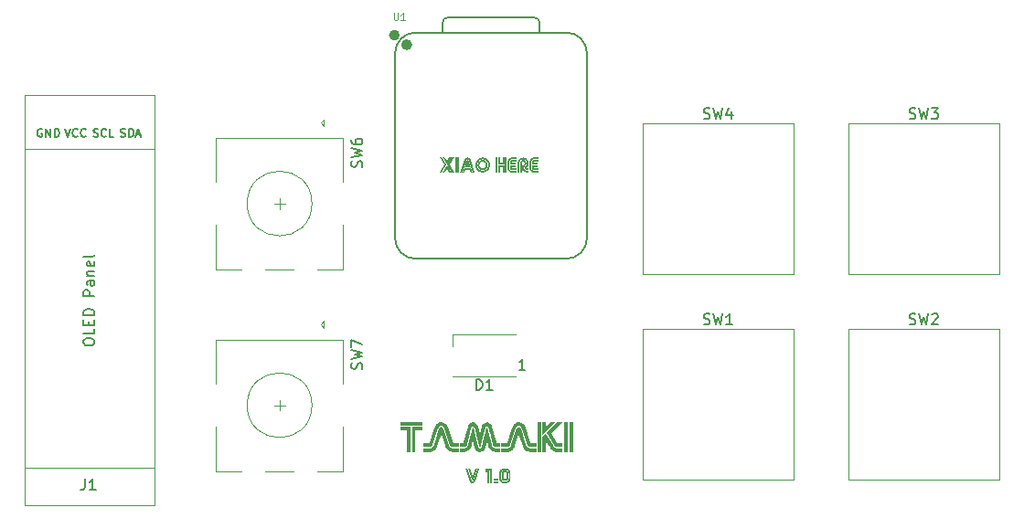
<source format=gbr>
%TF.GenerationSoftware,KiCad,Pcbnew,8.0.6*%
%TF.CreationDate,2025-05-30T09:43:58-05:00*%
%TF.ProjectId,HackPad,4861636b-5061-4642-9e6b-696361645f70,rev?*%
%TF.SameCoordinates,Original*%
%TF.FileFunction,Legend,Top*%
%TF.FilePolarity,Positive*%
%FSLAX46Y46*%
G04 Gerber Fmt 4.6, Leading zero omitted, Abs format (unit mm)*
G04 Created by KiCad (PCBNEW 8.0.6) date 2025-05-30 09:43:58*
%MOMM*%
%LPD*%
G01*
G04 APERTURE LIST*
%ADD10C,0.150000*%
%ADD11C,0.100000*%
%ADD12C,0.101600*%
%ADD13C,0.120000*%
%ADD14C,0.127000*%
%ADD15C,0.504000*%
%ADD16C,0.040000*%
G04 APERTURE END LIST*
D10*
G36*
X124388835Y-125970425D02*
G01*
X124388835Y-127940000D01*
X124056665Y-127940000D01*
X124056665Y-125636301D01*
X125025820Y-125636301D01*
X125025820Y-125970425D01*
X124388835Y-125970425D01*
G37*
G36*
X123951152Y-127940000D02*
G01*
X123618981Y-127940000D01*
X123618981Y-125970425D01*
X122993720Y-125970425D01*
X122993720Y-125636301D01*
X123951152Y-125636301D01*
X123951152Y-127940000D01*
G37*
G36*
X125025820Y-125188848D02*
G01*
X125025820Y-125522972D01*
X122993720Y-125522972D01*
X122993720Y-125188848D01*
X125025820Y-125188848D01*
G37*
G36*
X126164969Y-125650956D02*
G01*
X126198438Y-125557981D01*
X126247553Y-125471399D01*
X126312316Y-125391209D01*
X126327146Y-125375938D01*
X126412454Y-125303039D01*
X126505102Y-125248045D01*
X126605089Y-125210955D01*
X126712416Y-125191771D01*
X126777041Y-125188848D01*
X126889705Y-125197801D01*
X126994748Y-125224658D01*
X127092170Y-125269421D01*
X127181973Y-125332089D01*
X127229868Y-125375938D01*
X127299047Y-125456920D01*
X127352104Y-125544771D01*
X127389036Y-125639491D01*
X127394487Y-125659260D01*
X127866364Y-127089546D01*
X127893720Y-127125205D01*
X127970900Y-127158422D01*
X128404187Y-127158422D01*
X128404187Y-127492547D01*
X127910328Y-127492547D01*
X127811750Y-127479848D01*
X127716061Y-127437029D01*
X127652408Y-127385080D01*
X127590813Y-127305205D01*
X127567411Y-127252700D01*
X127068179Y-125740837D01*
X127024802Y-125652691D01*
X126990998Y-125611388D01*
X126906769Y-125550948D01*
X126807953Y-125524354D01*
X126777041Y-125522972D01*
X126676530Y-125539896D01*
X126590417Y-125590666D01*
X126568458Y-125611388D01*
X126510565Y-125690118D01*
X126488835Y-125743768D01*
X125989602Y-127252700D01*
X125941978Y-127342329D01*
X125904606Y-127385080D01*
X125825863Y-127446264D01*
X125728113Y-127484046D01*
X125646685Y-127492547D01*
X125152826Y-127492547D01*
X125152826Y-127158422D01*
X125586113Y-127158422D01*
X125663294Y-127125205D01*
X125690649Y-127089546D01*
X126164969Y-125650956D01*
G37*
G36*
X126412143Y-127394849D02*
G01*
X126368879Y-127491286D01*
X126316573Y-127578913D01*
X126255226Y-127657730D01*
X126217237Y-127697711D01*
X126140310Y-127767511D01*
X126058517Y-127825480D01*
X125971859Y-127871619D01*
X125880334Y-127905928D01*
X125783944Y-127928406D01*
X125682688Y-127939053D01*
X125640824Y-127940000D01*
X125152826Y-127940000D01*
X125152826Y-127605875D01*
X125640824Y-127605875D01*
X125748925Y-127594554D01*
X125847367Y-127560589D01*
X125936149Y-127503982D01*
X125981298Y-127462749D01*
X126042793Y-127383945D01*
X126090504Y-127289671D01*
X126099512Y-127266866D01*
X126587997Y-125784312D01*
X126635255Y-125695982D01*
X126642708Y-125688080D01*
X126729710Y-125638713D01*
X126777041Y-125633370D01*
X126874454Y-125656932D01*
X126916748Y-125688080D01*
X126966223Y-125773619D01*
X126969505Y-125787243D01*
X127457502Y-127266866D01*
X127499635Y-127359051D01*
X127558267Y-127443980D01*
X127575715Y-127462749D01*
X127659131Y-127531936D01*
X127752206Y-127578480D01*
X127854941Y-127602381D01*
X127916190Y-127605875D01*
X128404187Y-127605875D01*
X128404187Y-127940000D01*
X127915702Y-127940000D01*
X127812628Y-127934084D01*
X127714373Y-127916338D01*
X127620936Y-127886762D01*
X127532317Y-127845355D01*
X127448516Y-127792118D01*
X127369533Y-127727050D01*
X127339288Y-127697711D01*
X127272956Y-127623788D01*
X127215744Y-127541056D01*
X127167650Y-127449513D01*
X127144871Y-127394849D01*
X126777041Y-126280125D01*
X126412143Y-127394849D01*
G37*
G36*
X129180391Y-127159399D02*
G01*
X129151325Y-127252831D01*
X129099846Y-127336266D01*
X129068528Y-127371402D01*
X128988376Y-127435287D01*
X128889961Y-127478232D01*
X128791176Y-127492428D01*
X128780810Y-127492547D01*
X128529240Y-127492547D01*
X128529240Y-127158422D01*
X128723168Y-127158422D01*
X128817431Y-127127787D01*
X128835520Y-127112016D01*
X128859944Y-127076357D01*
X129235101Y-125567424D01*
X129270532Y-125474105D01*
X129292743Y-125432602D01*
X129358182Y-125345070D01*
X129437995Y-125277012D01*
X129532182Y-125228429D01*
X129590719Y-125209853D01*
X129688782Y-125194801D01*
X129795309Y-125200859D01*
X129897816Y-125231260D01*
X129963922Y-125265052D01*
X130042935Y-125323151D01*
X130112847Y-125402453D01*
X130162667Y-125496516D01*
X130184718Y-125567424D01*
X130356665Y-126277194D01*
X130531542Y-125567424D01*
X130562989Y-125474337D01*
X130617488Y-125383555D01*
X130692235Y-125307533D01*
X130753315Y-125265052D01*
X130842341Y-125222401D01*
X130945708Y-125197409D01*
X131052474Y-125196761D01*
X131125541Y-125209853D01*
X131227714Y-125247617D01*
X131315512Y-125304856D01*
X131388937Y-125381569D01*
X131423517Y-125432602D01*
X131467344Y-125524663D01*
X131481159Y-125567424D01*
X131856316Y-127076357D01*
X131880740Y-127112016D01*
X131969049Y-127156791D01*
X131993092Y-127158422D01*
X132187020Y-127158422D01*
X132187020Y-127492547D01*
X131935450Y-127492547D01*
X131835778Y-127480716D01*
X131736387Y-127440374D01*
X131655348Y-127378855D01*
X131647732Y-127371402D01*
X131585910Y-127292581D01*
X131544396Y-127196518D01*
X131535869Y-127159399D01*
X131490404Y-126975391D01*
X131447674Y-126802919D01*
X131407682Y-126641984D01*
X131370425Y-126492586D01*
X131335905Y-126354724D01*
X131304121Y-126228399D01*
X131275073Y-126113611D01*
X131248762Y-126010359D01*
X131214425Y-125877112D01*
X131186245Y-125769824D01*
X131158249Y-125667150D01*
X131136776Y-125599665D01*
X131061596Y-125534337D01*
X131043475Y-125528346D01*
X130945909Y-125538650D01*
X130928681Y-125547885D01*
X130863831Y-125624676D01*
X130857851Y-125643628D01*
X130827229Y-125763155D01*
X130801467Y-125865326D01*
X130767918Y-125998778D01*
X130741225Y-126105125D01*
X130711070Y-126225375D01*
X130677455Y-126359527D01*
X130640377Y-126507582D01*
X130599839Y-126669540D01*
X130555839Y-126845400D01*
X130508378Y-127035164D01*
X130483349Y-127135259D01*
X130457455Y-127238830D01*
X130430695Y-127345876D01*
X130403071Y-127456399D01*
X130389393Y-127478869D01*
X130356665Y-127492547D01*
X130323936Y-127478869D01*
X130313189Y-127451025D01*
X130285715Y-127341011D01*
X130259103Y-127234451D01*
X130233352Y-127131344D01*
X130208463Y-127031691D01*
X130184435Y-126935492D01*
X130138964Y-126753454D01*
X130096939Y-126585232D01*
X130058360Y-126430825D01*
X130023227Y-126290233D01*
X129991540Y-126163455D01*
X129963300Y-126050493D01*
X129938505Y-125951346D01*
X129907775Y-125828528D01*
X129878863Y-125713123D01*
X129861340Y-125643628D01*
X129808231Y-125561223D01*
X129788556Y-125547885D01*
X129691453Y-125525216D01*
X129672785Y-125528346D01*
X129590520Y-125583369D01*
X129579484Y-125599665D01*
X129549097Y-125692878D01*
X129522561Y-125789931D01*
X129495889Y-125891788D01*
X129464378Y-126015168D01*
X129437569Y-126121829D01*
X129408038Y-126240597D01*
X129375785Y-126371472D01*
X129343688Y-126502489D01*
X129314442Y-126621682D01*
X129288047Y-126729051D01*
X129264502Y-126824596D01*
X129237544Y-126933597D01*
X129210973Y-127040289D01*
X129184930Y-127142680D01*
X129180391Y-127159399D01*
G37*
G36*
X129615143Y-127258562D02*
G01*
X129588296Y-127363709D01*
X129548358Y-127462871D01*
X129495331Y-127556050D01*
X129429213Y-127643244D01*
X129385555Y-127690383D01*
X129305303Y-127762294D01*
X129219947Y-127822017D01*
X129129486Y-127869551D01*
X129033922Y-127904897D01*
X128933253Y-127928055D01*
X128827479Y-127939024D01*
X128783741Y-127940000D01*
X128529240Y-127940000D01*
X128529240Y-127605875D01*
X128783741Y-127605875D01*
X128886536Y-127596441D01*
X128981455Y-127568140D01*
X129068497Y-127520970D01*
X129147662Y-127454933D01*
X129212497Y-127378504D01*
X129260797Y-127292051D01*
X129267830Y-127274193D01*
X129667411Y-125677822D01*
X129681089Y-125655840D01*
X129713817Y-125642163D01*
X129743615Y-125655840D01*
X129757293Y-125683196D01*
X129785095Y-125793745D01*
X129812020Y-125900812D01*
X129838069Y-126004397D01*
X129863241Y-126104499D01*
X129887536Y-126201119D01*
X129933495Y-126383912D01*
X129975948Y-126552775D01*
X130014893Y-126707709D01*
X130050331Y-126848714D01*
X130082262Y-126975789D01*
X130110686Y-127088934D01*
X130135602Y-127188150D01*
X130166401Y-127310857D01*
X130195191Y-127425712D01*
X130212073Y-127493524D01*
X130266748Y-127576265D01*
X130282903Y-127587313D01*
X130379052Y-127609505D01*
X130397697Y-127606364D01*
X130479614Y-127550864D01*
X130490510Y-127534556D01*
X130517718Y-127437618D01*
X130552324Y-127304773D01*
X130587375Y-127168173D01*
X130615073Y-127059504D01*
X130646237Y-126936753D01*
X130680866Y-126799920D01*
X130718961Y-126649004D01*
X130760520Y-126484007D01*
X130805545Y-126304927D01*
X130829356Y-126210107D01*
X130854035Y-126111765D01*
X130879579Y-126009904D01*
X130905990Y-125904522D01*
X130933267Y-125795619D01*
X130961410Y-125683196D01*
X130972645Y-125655840D01*
X131005374Y-125642163D01*
X131038102Y-125655840D01*
X131051780Y-125677822D01*
X131450872Y-127274193D01*
X131495144Y-127361591D01*
X131556025Y-127438902D01*
X131571528Y-127454933D01*
X131650510Y-127520970D01*
X131737491Y-127568140D01*
X131832471Y-127596441D01*
X131935450Y-127605875D01*
X132187020Y-127605875D01*
X132187020Y-127940000D01*
X131935450Y-127940000D01*
X131827635Y-127933905D01*
X131724924Y-127915623D01*
X131627318Y-127885152D01*
X131534816Y-127842493D01*
X131447418Y-127787646D01*
X131365124Y-127720610D01*
X131333636Y-127690383D01*
X131259848Y-127606608D01*
X131199197Y-127516849D01*
X131151683Y-127421106D01*
X131117305Y-127319378D01*
X131103559Y-127258562D01*
X131007816Y-126879497D01*
X130835869Y-127567285D01*
X130800439Y-127660605D01*
X130778228Y-127702107D01*
X130720556Y-127781058D01*
X130642173Y-127851340D01*
X130549492Y-127901993D01*
X130479763Y-127924856D01*
X130382676Y-127940122D01*
X130276665Y-127934231D01*
X130174055Y-127903920D01*
X130107537Y-127870146D01*
X130028097Y-127812016D01*
X129957849Y-127732607D01*
X129907849Y-127638360D01*
X129885764Y-127567285D01*
X129713817Y-126879497D01*
X129615143Y-127258562D01*
G37*
G36*
X133333985Y-125650956D02*
G01*
X133367454Y-125557981D01*
X133416569Y-125471399D01*
X133481332Y-125391209D01*
X133496162Y-125375938D01*
X133581470Y-125303039D01*
X133674118Y-125248045D01*
X133774105Y-125210955D01*
X133881432Y-125191771D01*
X133946057Y-125188848D01*
X134058721Y-125197801D01*
X134163764Y-125224658D01*
X134261187Y-125269421D01*
X134350989Y-125332089D01*
X134398884Y-125375938D01*
X134468064Y-125456920D01*
X134521120Y-125544771D01*
X134558052Y-125639491D01*
X134563503Y-125659260D01*
X135035381Y-127089546D01*
X135062736Y-127125205D01*
X135139916Y-127158422D01*
X135573203Y-127158422D01*
X135573203Y-127492547D01*
X135079344Y-127492547D01*
X134980766Y-127479848D01*
X134885077Y-127437029D01*
X134821424Y-127385080D01*
X134759829Y-127305205D01*
X134736427Y-127252700D01*
X134237195Y-125740837D01*
X134193818Y-125652691D01*
X134160014Y-125611388D01*
X134075785Y-125550948D01*
X133976969Y-125524354D01*
X133946057Y-125522972D01*
X133845546Y-125539896D01*
X133759433Y-125590666D01*
X133737474Y-125611388D01*
X133679581Y-125690118D01*
X133657851Y-125743768D01*
X133158618Y-127252700D01*
X133110994Y-127342329D01*
X133073622Y-127385080D01*
X132994879Y-127446264D01*
X132897129Y-127484046D01*
X132815702Y-127492547D01*
X132321842Y-127492547D01*
X132321842Y-127158422D01*
X132755129Y-127158422D01*
X132832310Y-127125205D01*
X132859665Y-127089546D01*
X133333985Y-125650956D01*
G37*
G36*
X133581159Y-127394849D02*
G01*
X133537895Y-127491286D01*
X133485589Y-127578913D01*
X133424242Y-127657730D01*
X133386253Y-127697711D01*
X133309326Y-127767511D01*
X133227533Y-127825480D01*
X133140875Y-127871619D01*
X133049350Y-127905928D01*
X132952960Y-127928406D01*
X132851704Y-127939053D01*
X132809840Y-127940000D01*
X132321842Y-127940000D01*
X132321842Y-127605875D01*
X132809840Y-127605875D01*
X132917941Y-127594554D01*
X133016383Y-127560589D01*
X133105165Y-127503982D01*
X133150314Y-127462749D01*
X133211809Y-127383945D01*
X133259520Y-127289671D01*
X133268528Y-127266866D01*
X133757013Y-125784312D01*
X133804271Y-125695982D01*
X133811724Y-125688080D01*
X133898726Y-125638713D01*
X133946057Y-125633370D01*
X134043470Y-125656932D01*
X134085764Y-125688080D01*
X134135239Y-125773619D01*
X134138521Y-125787243D01*
X134626518Y-127266866D01*
X134668651Y-127359051D01*
X134727283Y-127443980D01*
X134744732Y-127462749D01*
X134828147Y-127531936D01*
X134921222Y-127578480D01*
X135023957Y-127602381D01*
X135085206Y-127605875D01*
X135573203Y-127605875D01*
X135573203Y-127940000D01*
X135084718Y-127940000D01*
X134981644Y-127934084D01*
X134883389Y-127916338D01*
X134789952Y-127886762D01*
X134701333Y-127845355D01*
X134617532Y-127792118D01*
X134538549Y-127727050D01*
X134508304Y-127697711D01*
X134441972Y-127623788D01*
X134384760Y-127541056D01*
X134336666Y-127449513D01*
X134313887Y-127394849D01*
X133946057Y-126280125D01*
X133581159Y-127394849D01*
G37*
G36*
X136030426Y-127940000D02*
G01*
X135698256Y-127940000D01*
X135698256Y-125188848D01*
X136030426Y-125188848D01*
X136030426Y-127940000D01*
G37*
G36*
X136479833Y-125608457D02*
G01*
X136903838Y-125188848D01*
X137377669Y-125188848D01*
X136147662Y-126392965D01*
X136147662Y-125188848D01*
X136479833Y-125188848D01*
X136479833Y-125608457D01*
G37*
G36*
X137506141Y-125188848D02*
G01*
X137977041Y-125188848D01*
X136934124Y-126212226D01*
X137484159Y-127079288D01*
X137522261Y-127125205D01*
X137598953Y-127158422D01*
X137996092Y-127158422D01*
X137996092Y-127492547D01*
X137557921Y-127492547D01*
X137459679Y-127479848D01*
X137364355Y-127437029D01*
X137300977Y-127385080D01*
X137243336Y-127313761D01*
X136510119Y-126168262D01*
X137506141Y-125188848D01*
G37*
G36*
X137114376Y-127329881D02*
G01*
X137173330Y-127411275D01*
X137215492Y-127462260D01*
X137290383Y-127525092D01*
X137383175Y-127574319D01*
X137485008Y-127600826D01*
X137557921Y-127605875D01*
X137996092Y-127605875D01*
X137996092Y-127940000D01*
X137497837Y-127940000D01*
X137387819Y-127932168D01*
X137283811Y-127908675D01*
X137185815Y-127869520D01*
X137093829Y-127814703D01*
X137007853Y-127744224D01*
X136980531Y-127717250D01*
X136912289Y-127638257D01*
X136855455Y-127555149D01*
X136841312Y-127530648D01*
X136479833Y-126949839D01*
X136479833Y-127940000D01*
X136147662Y-127940000D01*
X136147662Y-126521926D01*
X136432938Y-126242023D01*
X137114376Y-127329881D01*
G37*
G36*
X138969156Y-125188848D02*
G01*
X138969156Y-127940000D01*
X138636986Y-127940000D01*
X138636986Y-125188848D01*
X138969156Y-125188848D01*
G37*
G36*
X138519749Y-125188848D02*
G01*
X138519749Y-127940000D01*
X138187579Y-127940000D01*
X138187579Y-125188848D01*
X138519749Y-125188848D01*
G37*
D11*
G36*
X126900662Y-100654424D02*
G01*
X127098988Y-100654424D01*
X127298534Y-100972184D01*
X127498325Y-100654424D01*
X127696406Y-100654424D01*
X127298534Y-101285792D01*
X126900662Y-100654424D01*
G37*
G36*
X127265806Y-101338060D02*
G01*
X126831053Y-102030000D01*
X126636880Y-102030000D01*
X126634193Y-102028534D01*
X127068946Y-101338060D01*
X126638346Y-100654424D01*
X126836427Y-100654424D01*
X127265806Y-101338060D01*
G37*
G36*
X127702023Y-102030000D02*
G01*
X127503698Y-102030000D01*
X127298534Y-101703935D01*
X127093614Y-102030000D01*
X126895289Y-102030000D01*
X127298534Y-101388862D01*
X127702023Y-102030000D01*
G37*
G36*
X127331507Y-101338060D02*
G01*
X127760642Y-100654424D01*
X127958967Y-100654424D01*
X127528367Y-101338060D01*
X127963119Y-102030000D01*
X127960432Y-102030000D01*
X127766259Y-102030000D01*
X127331507Y-101338060D01*
G37*
G36*
X128450383Y-100654424D02*
G01*
X128450383Y-102030000D01*
X128284298Y-102030000D01*
X128284298Y-100654424D01*
X128450383Y-100654424D01*
G37*
G36*
X128225680Y-100654424D02*
G01*
X128225680Y-102030000D01*
X128059595Y-102030000D01*
X128059595Y-100654424D01*
X128225680Y-100654424D01*
G37*
G36*
X129271470Y-100658900D02*
G01*
X129323778Y-100672329D01*
X129372275Y-100694710D01*
X129416963Y-100726044D01*
X129440788Y-100747969D01*
X129475249Y-100788460D01*
X129501696Y-100832385D01*
X129520129Y-100879745D01*
X129522854Y-100889630D01*
X129894836Y-102030000D01*
X129719713Y-102030000D01*
X129360188Y-100930418D01*
X129338715Y-100886350D01*
X129321842Y-100865450D01*
X129279941Y-100835396D01*
X129230747Y-100822173D01*
X129215352Y-100821486D01*
X129165143Y-100829901D01*
X129122227Y-100855146D01*
X129111304Y-100865450D01*
X129082453Y-100905139D01*
X129071737Y-100931884D01*
X128710746Y-102030000D01*
X128534403Y-102030000D01*
X128910293Y-100885478D01*
X128927003Y-100838990D01*
X128951489Y-100795699D01*
X128983751Y-100755604D01*
X128991137Y-100747969D01*
X129033589Y-100711519D01*
X129079734Y-100684022D01*
X129129573Y-100665477D01*
X129183104Y-100655885D01*
X129215352Y-100654424D01*
X129271470Y-100658900D01*
G37*
G36*
X129662316Y-102030000D02*
G01*
X129485973Y-102030000D01*
X129413433Y-101806273D01*
X129017027Y-101806273D01*
X128944487Y-102030000D01*
X128768143Y-102030000D01*
X128895394Y-101639211D01*
X129535066Y-101639211D01*
X129662316Y-102030000D01*
G37*
G36*
X129263843Y-100886234D02*
G01*
X129284961Y-100902086D01*
X129310393Y-100944855D01*
X129312316Y-100951667D01*
X129330298Y-101009242D01*
X129348376Y-101066439D01*
X129364088Y-101115833D01*
X129381646Y-101170795D01*
X129401051Y-101231326D01*
X129422301Y-101297426D01*
X129437494Y-101344586D01*
X129453507Y-101394220D01*
X129470341Y-101446330D01*
X129487995Y-101500914D01*
X129506470Y-101557974D01*
X129516015Y-101587431D01*
X128914445Y-101587431D01*
X128968574Y-101420369D01*
X129144033Y-101420369D01*
X129286427Y-101420369D01*
X129215352Y-101202260D01*
X129144033Y-101420369D01*
X128968574Y-101420369D01*
X129120830Y-100950446D01*
X129144459Y-100905997D01*
X129148185Y-100902086D01*
X129191686Y-100876961D01*
X129215352Y-100874242D01*
X129263843Y-100886234D01*
G37*
G36*
X130658444Y-100881484D02*
G01*
X130713531Y-100891483D01*
X130765958Y-100908150D01*
X130815726Y-100931483D01*
X130862835Y-100961483D01*
X130907284Y-100998149D01*
X130924319Y-101014682D01*
X130963089Y-101058678D01*
X130995288Y-101105333D01*
X131020915Y-101154648D01*
X131039972Y-101206623D01*
X131052457Y-101261256D01*
X131058371Y-101318550D01*
X131058897Y-101342212D01*
X131055611Y-101400909D01*
X131045755Y-101456863D01*
X131029327Y-101510074D01*
X131006327Y-101560542D01*
X130976757Y-101608267D01*
X130940616Y-101653249D01*
X130924319Y-101670474D01*
X130880934Y-101709596D01*
X130834889Y-101742087D01*
X130786185Y-101767947D01*
X130734821Y-101787176D01*
X130680798Y-101799775D01*
X130624115Y-101805743D01*
X130600697Y-101806273D01*
X130543015Y-101802958D01*
X130487969Y-101793011D01*
X130435558Y-101776434D01*
X130385783Y-101753227D01*
X130338643Y-101723388D01*
X130294139Y-101686918D01*
X130277076Y-101670474D01*
X130238306Y-101626589D01*
X130206107Y-101579961D01*
X130180479Y-101530590D01*
X130161423Y-101478476D01*
X130148938Y-101423619D01*
X130143023Y-101366020D01*
X130142498Y-101342212D01*
X130142526Y-101341723D01*
X130308583Y-101341723D01*
X130312685Y-101393861D01*
X130324992Y-101442562D01*
X130345503Y-101487827D01*
X130374219Y-101529657D01*
X130394312Y-101552016D01*
X130433573Y-101585992D01*
X130476131Y-101611622D01*
X130521984Y-101628908D01*
X130571133Y-101637849D01*
X130600697Y-101639211D01*
X130651718Y-101635039D01*
X130699419Y-101622521D01*
X130743801Y-101601659D01*
X130784864Y-101572453D01*
X130806838Y-101552016D01*
X130840338Y-101512151D01*
X130865609Y-101468849D01*
X130882653Y-101422111D01*
X130891468Y-101371937D01*
X130892812Y-101341723D01*
X130888698Y-101289883D01*
X130876356Y-101241432D01*
X130855786Y-101196370D01*
X130826988Y-101154698D01*
X130806838Y-101132407D01*
X130767672Y-101098432D01*
X130725187Y-101072801D01*
X130679382Y-101055516D01*
X130630258Y-101046575D01*
X130600697Y-101045212D01*
X130549665Y-101049385D01*
X130501929Y-101061902D01*
X130457488Y-101082764D01*
X130416344Y-101111971D01*
X130394312Y-101132407D01*
X130360908Y-101172143D01*
X130335708Y-101215267D01*
X130318713Y-101261782D01*
X130309922Y-101311685D01*
X130308583Y-101341723D01*
X130142526Y-101341723D01*
X130145783Y-101283855D01*
X130155640Y-101228157D01*
X130172068Y-101175119D01*
X130195067Y-101124740D01*
X130224638Y-101077021D01*
X130260779Y-101031961D01*
X130277076Y-101014682D01*
X130320525Y-100975349D01*
X130366611Y-100942683D01*
X130415332Y-100916683D01*
X130466688Y-100897350D01*
X130520680Y-100884683D01*
X130577308Y-100878684D01*
X130600697Y-100878150D01*
X130658444Y-100881484D01*
G37*
G36*
X130654318Y-100656201D02*
G01*
X130705270Y-100661534D01*
X130754776Y-100670421D01*
X130802835Y-100682863D01*
X130849447Y-100698860D01*
X130894612Y-100718412D01*
X130938330Y-100741518D01*
X130980602Y-100768180D01*
X131021426Y-100798396D01*
X131060804Y-100832168D01*
X131086252Y-100856657D01*
X131122219Y-100895288D01*
X131154648Y-100935345D01*
X131183539Y-100976827D01*
X131208893Y-101019735D01*
X131230708Y-101064068D01*
X131248987Y-101109826D01*
X131263727Y-101157010D01*
X131274930Y-101205619D01*
X131282595Y-101255653D01*
X131286722Y-101307113D01*
X131287508Y-101342212D01*
X131285739Y-101394877D01*
X131280433Y-101446079D01*
X131271589Y-101495816D01*
X131259207Y-101544090D01*
X131243287Y-101590899D01*
X131223830Y-101636245D01*
X131200834Y-101680126D01*
X131174302Y-101722544D01*
X131144231Y-101763497D01*
X131110623Y-101802986D01*
X131086252Y-101828499D01*
X131047839Y-101864509D01*
X131007979Y-101896978D01*
X130966672Y-101925904D01*
X130923918Y-101951288D01*
X130879718Y-101973131D01*
X130834070Y-101991431D01*
X130786976Y-102006189D01*
X130738435Y-102017406D01*
X130688447Y-102025080D01*
X130637012Y-102029212D01*
X130601919Y-102030000D01*
X130549523Y-102028229D01*
X130498584Y-102022916D01*
X130449100Y-102014061D01*
X130401071Y-102001664D01*
X130354497Y-101985725D01*
X130309380Y-101966244D01*
X130265717Y-101943221D01*
X130223510Y-101916656D01*
X130182758Y-101886549D01*
X130143462Y-101852900D01*
X130118073Y-101828499D01*
X130082281Y-101789986D01*
X130050010Y-101750008D01*
X130021259Y-101708567D01*
X129996028Y-101665662D01*
X129974318Y-101621292D01*
X129956129Y-101575459D01*
X129941460Y-101528161D01*
X129930312Y-101479400D01*
X129922684Y-101429174D01*
X129918577Y-101377485D01*
X129917794Y-101342212D01*
X129917835Y-101340990D01*
X130083879Y-101340990D01*
X130086261Y-101394319D01*
X130093405Y-101445618D01*
X130105312Y-101494886D01*
X130121981Y-101542124D01*
X130143414Y-101587332D01*
X130169609Y-101630510D01*
X130200566Y-101671657D01*
X130236287Y-101710774D01*
X130275351Y-101746437D01*
X130316338Y-101777346D01*
X130359248Y-101803499D01*
X130404082Y-101824897D01*
X130450839Y-101841539D01*
X130499520Y-101853427D01*
X130550124Y-101860560D01*
X130602651Y-101862937D01*
X130655179Y-101860560D01*
X130705783Y-101853427D01*
X130754463Y-101841539D01*
X130801221Y-101824897D01*
X130846055Y-101803499D01*
X130888965Y-101777346D01*
X130929952Y-101746437D01*
X130969016Y-101710774D01*
X131004736Y-101671657D01*
X131035694Y-101630510D01*
X131061889Y-101587332D01*
X131083321Y-101542124D01*
X131099991Y-101494886D01*
X131111898Y-101445618D01*
X131119042Y-101394319D01*
X131121423Y-101340990D01*
X131119042Y-101288238D01*
X131111898Y-101237447D01*
X131099991Y-101188617D01*
X131083321Y-101141749D01*
X131061889Y-101096843D01*
X131035694Y-101053898D01*
X131004736Y-101012915D01*
X130969016Y-100973893D01*
X130929952Y-100938173D01*
X130888965Y-100907215D01*
X130846055Y-100881020D01*
X130801221Y-100859588D01*
X130754463Y-100842918D01*
X130705783Y-100831011D01*
X130655179Y-100823867D01*
X130602651Y-100821486D01*
X130550124Y-100823867D01*
X130499520Y-100831011D01*
X130450839Y-100842918D01*
X130404082Y-100859588D01*
X130359248Y-100881020D01*
X130316338Y-100907215D01*
X130275351Y-100938173D01*
X130236287Y-100973893D01*
X130200566Y-101012915D01*
X130169609Y-101053898D01*
X130143414Y-101096843D01*
X130121981Y-101141749D01*
X130105312Y-101188617D01*
X130093405Y-101237447D01*
X130086261Y-101288238D01*
X130083879Y-101340990D01*
X129917835Y-101340990D01*
X129919555Y-101289802D01*
X129924835Y-101238817D01*
X129933637Y-101189257D01*
X129945959Y-101141123D01*
X129961801Y-101094415D01*
X129981164Y-101049132D01*
X130004047Y-101005274D01*
X130030451Y-100962841D01*
X130060376Y-100921834D01*
X130093821Y-100882253D01*
X130118073Y-100856657D01*
X130156399Y-100820516D01*
X130196181Y-100787929D01*
X130237417Y-100758898D01*
X130280110Y-100733421D01*
X130324257Y-100711499D01*
X130369860Y-100693132D01*
X130416919Y-100678320D01*
X130465433Y-100667063D01*
X130515402Y-100659361D01*
X130566827Y-100655214D01*
X130601919Y-100654424D01*
X130654318Y-100656201D01*
G37*
G36*
X131988974Y-100654424D02*
G01*
X131988974Y-102030000D01*
X131822889Y-102030000D01*
X131822889Y-101342212D01*
X131822889Y-100654424D01*
X131988974Y-100654424D01*
G37*
G36*
X132848709Y-100654424D02*
G01*
X132848709Y-102030000D01*
X132682623Y-102030000D01*
X132682623Y-100654424D01*
X132848709Y-100654424D01*
G37*
G36*
X132629867Y-100654424D02*
G01*
X132629867Y-101310949D01*
X132047592Y-101310949D01*
X132047592Y-100654424D01*
X132213677Y-100654424D01*
X132213677Y-101143886D01*
X132463782Y-101143886D01*
X132463782Y-100654424D01*
X132629867Y-100654424D01*
G37*
G36*
X132463782Y-102030000D02*
G01*
X132463782Y-101545422D01*
X132213677Y-101545422D01*
X132213677Y-102030000D01*
X132047592Y-102030000D01*
X132047592Y-101378360D01*
X132629867Y-101378360D01*
X132629867Y-102030000D01*
X132463782Y-102030000D01*
G37*
G36*
X133300069Y-101143886D02*
G01*
X133681088Y-101143886D01*
X133681088Y-101310949D01*
X133133984Y-101310949D01*
X133133984Y-101046678D01*
X133135205Y-101046678D01*
X133146703Y-100996390D01*
X133172067Y-100951101D01*
X133188450Y-100931884D01*
X133228123Y-100901291D01*
X133276867Y-100882401D01*
X133317166Y-100878150D01*
X133767062Y-100878150D01*
X133767062Y-101045212D01*
X133354780Y-101045212D01*
X133316434Y-101061821D01*
X133300069Y-101100655D01*
X133300069Y-101143886D01*
G37*
G36*
X133300069Y-101582791D02*
G01*
X133316434Y-101622358D01*
X133354780Y-101639211D01*
X133767062Y-101639211D01*
X133767062Y-101806273D01*
X133316434Y-101806273D01*
X133267446Y-101799953D01*
X133219470Y-101778640D01*
X133187229Y-101752784D01*
X133157416Y-101713686D01*
X133138452Y-101666601D01*
X133133984Y-101639211D01*
X133133984Y-101373475D01*
X133681088Y-101373475D01*
X133681088Y-101540537D01*
X133300069Y-101540537D01*
X133300069Y-101582791D01*
G37*
G36*
X132915143Y-101045212D02*
G01*
X132919084Y-100987905D01*
X132930908Y-100933586D01*
X132950614Y-100882255D01*
X132978203Y-100833912D01*
X133013675Y-100788557D01*
X133027250Y-100774103D01*
X133066077Y-100739625D01*
X133107302Y-100710991D01*
X133150923Y-100688200D01*
X133196942Y-100671254D01*
X133245357Y-100660151D01*
X133296170Y-100654891D01*
X133317166Y-100654424D01*
X133767062Y-100654424D01*
X133767062Y-100821486D01*
X133321318Y-100821486D01*
X133267800Y-100827166D01*
X133218802Y-100844206D01*
X133174325Y-100872607D01*
X133151570Y-100893293D01*
X133117566Y-100935827D01*
X133094692Y-100982921D01*
X133082945Y-101034574D01*
X133081228Y-101065240D01*
X133081228Y-101619183D01*
X133086792Y-101673388D01*
X133103484Y-101723073D01*
X133131305Y-101768237D01*
X133151570Y-101791374D01*
X133193535Y-101825968D01*
X133240021Y-101849240D01*
X133291028Y-101861190D01*
X133321318Y-101862937D01*
X133767062Y-101862937D01*
X133767062Y-102030000D01*
X133317166Y-102030000D01*
X133265395Y-102027078D01*
X133216020Y-102018312D01*
X133169043Y-102003703D01*
X133124462Y-101983250D01*
X133082279Y-101956953D01*
X133042493Y-101924813D01*
X133027250Y-101910321D01*
X132994953Y-101873633D01*
X132963423Y-101826853D01*
X132939776Y-101777067D01*
X132924010Y-101724276D01*
X132916128Y-101668480D01*
X132915143Y-101639455D01*
X132915143Y-101045212D01*
G37*
G36*
X134888625Y-101806273D02*
G01*
X134719120Y-101806273D01*
X134665931Y-101800167D01*
X134617798Y-101781849D01*
X134574721Y-101751318D01*
X134566713Y-101743747D01*
X134533482Y-101702178D01*
X134512559Y-101655934D01*
X134503944Y-101605015D01*
X134503698Y-101594270D01*
X134510019Y-101541610D01*
X134528981Y-101494150D01*
X134560585Y-101451889D01*
X134568422Y-101444061D01*
X134585519Y-101427452D01*
X134597976Y-101415240D01*
X134633004Y-101375544D01*
X134660784Y-101332843D01*
X134681318Y-101287136D01*
X134694604Y-101238424D01*
X134700644Y-101186706D01*
X134701046Y-101168799D01*
X134697466Y-101116495D01*
X134686724Y-101067110D01*
X134668821Y-101020645D01*
X134643756Y-100977099D01*
X134611530Y-100936473D01*
X134599197Y-100923579D01*
X134559653Y-100888884D01*
X134517223Y-100861366D01*
X134471908Y-100841027D01*
X134423709Y-100827867D01*
X134372624Y-100821885D01*
X134354954Y-100821486D01*
X134302326Y-100825067D01*
X134252704Y-100835808D01*
X134206087Y-100853712D01*
X134162476Y-100878776D01*
X134121869Y-100911002D01*
X134109002Y-100923335D01*
X134074472Y-100962988D01*
X134047086Y-101005561D01*
X134026844Y-101051053D01*
X134013747Y-101099465D01*
X134007793Y-101150796D01*
X134007397Y-101168555D01*
X134007397Y-102030000D01*
X133841311Y-102030000D01*
X133841311Y-101169043D01*
X133843662Y-101116993D01*
X133850715Y-101066843D01*
X133862469Y-101018594D01*
X133878925Y-100972245D01*
X133900082Y-100927796D01*
X133925942Y-100885249D01*
X133956502Y-100844601D01*
X133991765Y-100805854D01*
X134030401Y-100770363D01*
X134070961Y-100739603D01*
X134113444Y-100713576D01*
X134157850Y-100692281D01*
X134204180Y-100675719D01*
X134252433Y-100663888D01*
X134302610Y-100656790D01*
X134354710Y-100654424D01*
X134406856Y-100656790D01*
X134457048Y-100663888D01*
X134505286Y-100675719D01*
X134551570Y-100692281D01*
X134595900Y-100713576D01*
X134638276Y-100739603D01*
X134678698Y-100770363D01*
X134717166Y-100805854D01*
X134752314Y-100844597D01*
X134782776Y-100885233D01*
X134808551Y-100927762D01*
X134829640Y-100972184D01*
X134846043Y-101018498D01*
X134857759Y-101066706D01*
X134864788Y-101116806D01*
X134867131Y-101168799D01*
X134864746Y-101221403D01*
X134857591Y-101271992D01*
X134845665Y-101320566D01*
X134828968Y-101367124D01*
X134807502Y-101411668D01*
X134781265Y-101454197D01*
X134750257Y-101494711D01*
X134714480Y-101533210D01*
X134697871Y-101548353D01*
X134683705Y-101560809D01*
X134669783Y-101593782D01*
X134683705Y-101625533D01*
X134717655Y-101639211D01*
X134888625Y-101639211D01*
X134888625Y-101806273D01*
G37*
G36*
X134888625Y-102030000D02*
G01*
X134720830Y-102030000D01*
X134665777Y-102026887D01*
X134613277Y-102017549D01*
X134563329Y-102001986D01*
X134515933Y-101980197D01*
X134471089Y-101952183D01*
X134428798Y-101917944D01*
X134412595Y-101902505D01*
X134375796Y-101861310D01*
X134345233Y-101817564D01*
X134320908Y-101771265D01*
X134302820Y-101722414D01*
X134290969Y-101671011D01*
X134285355Y-101617055D01*
X134284856Y-101594759D01*
X134288041Y-101539753D01*
X134297593Y-101487239D01*
X134313514Y-101437219D01*
X134335804Y-101389690D01*
X134364462Y-101344654D01*
X134399488Y-101302111D01*
X134415282Y-101285792D01*
X134447522Y-101256727D01*
X134474584Y-101214565D01*
X134482205Y-101170265D01*
X134471520Y-101120147D01*
X134444347Y-101082337D01*
X134403192Y-101054494D01*
X134354954Y-101045212D01*
X134305556Y-101054494D01*
X134263852Y-101082337D01*
X134235642Y-101122882D01*
X134226238Y-101170265D01*
X134226238Y-102030000D01*
X134060153Y-102030000D01*
X134060153Y-101169532D01*
X134064267Y-101118880D01*
X134076609Y-101071431D01*
X134100789Y-101021125D01*
X134130762Y-100980538D01*
X134146127Y-100964124D01*
X134185588Y-100930624D01*
X134228533Y-100905353D01*
X134274960Y-100888309D01*
X134324870Y-100879494D01*
X134354954Y-100878150D01*
X134406367Y-100882264D01*
X134454391Y-100894606D01*
X134499025Y-100915176D01*
X134540270Y-100943974D01*
X134562316Y-100964124D01*
X134595816Y-101003350D01*
X134621087Y-101045802D01*
X134639894Y-101098268D01*
X134647534Y-101147633D01*
X134648290Y-101169776D01*
X134644036Y-101221663D01*
X134631273Y-101270254D01*
X134610002Y-101315550D01*
X134580222Y-101357549D01*
X134559385Y-101380069D01*
X134531542Y-101404982D01*
X134496279Y-101446244D01*
X134471092Y-101491627D01*
X134455979Y-101541132D01*
X134450942Y-101594759D01*
X134455887Y-101647790D01*
X134470725Y-101696974D01*
X134495455Y-101742312D01*
X134530076Y-101783803D01*
X134571674Y-101818424D01*
X134617332Y-101843154D01*
X134667051Y-101857991D01*
X134720830Y-101862937D01*
X134888625Y-101862937D01*
X134888625Y-102030000D01*
G37*
G36*
X135339009Y-101143886D02*
G01*
X135720027Y-101143886D01*
X135720027Y-101310949D01*
X135172923Y-101310949D01*
X135172923Y-101046678D01*
X135174145Y-101046678D01*
X135185642Y-100996390D01*
X135211006Y-100951101D01*
X135227390Y-100931884D01*
X135267063Y-100901291D01*
X135315806Y-100882401D01*
X135356106Y-100878150D01*
X135806001Y-100878150D01*
X135806001Y-101045212D01*
X135393719Y-101045212D01*
X135355373Y-101061821D01*
X135339009Y-101100655D01*
X135339009Y-101143886D01*
G37*
G36*
X135339009Y-101582791D02*
G01*
X135355373Y-101622358D01*
X135393719Y-101639211D01*
X135806001Y-101639211D01*
X135806001Y-101806273D01*
X135355373Y-101806273D01*
X135306386Y-101799953D01*
X135258409Y-101778640D01*
X135226168Y-101752784D01*
X135196355Y-101713686D01*
X135177391Y-101666601D01*
X135172923Y-101639211D01*
X135172923Y-101373475D01*
X135720027Y-101373475D01*
X135720027Y-101540537D01*
X135339009Y-101540537D01*
X135339009Y-101582791D01*
G37*
G36*
X134954082Y-101045212D02*
G01*
X134958023Y-100987905D01*
X134969847Y-100933586D01*
X134989553Y-100882255D01*
X135017142Y-100833912D01*
X135052614Y-100788557D01*
X135066189Y-100774103D01*
X135105017Y-100739625D01*
X135146241Y-100710991D01*
X135189862Y-100688200D01*
X135235881Y-100671254D01*
X135284297Y-100660151D01*
X135335109Y-100654891D01*
X135356106Y-100654424D01*
X135806001Y-100654424D01*
X135806001Y-100821486D01*
X135360258Y-100821486D01*
X135306739Y-100827166D01*
X135257742Y-100844206D01*
X135213265Y-100872607D01*
X135190509Y-100893293D01*
X135156506Y-100935827D01*
X135133631Y-100982921D01*
X135121884Y-101034574D01*
X135120167Y-101065240D01*
X135120167Y-101619183D01*
X135125731Y-101673388D01*
X135142424Y-101723073D01*
X135170244Y-101768237D01*
X135190509Y-101791374D01*
X135232474Y-101825968D01*
X135278960Y-101849240D01*
X135329967Y-101861190D01*
X135360258Y-101862937D01*
X135806001Y-101862937D01*
X135806001Y-102030000D01*
X135356106Y-102030000D01*
X135304334Y-102027078D01*
X135254959Y-102018312D01*
X135207982Y-102003703D01*
X135163402Y-101983250D01*
X135121219Y-101956953D01*
X135081433Y-101924813D01*
X135066189Y-101910321D01*
X135033893Y-101873633D01*
X135002363Y-101826853D01*
X134978715Y-101777067D01*
X134962950Y-101724276D01*
X134955067Y-101668480D01*
X134954082Y-101639455D01*
X134954082Y-101045212D01*
G37*
D10*
G36*
X129210537Y-129454424D02*
G01*
X129589357Y-130584535D01*
X129597418Y-130609204D01*
X129617934Y-130639490D01*
X129661636Y-130662365D01*
X129671179Y-130662937D01*
X129717864Y-130647459D01*
X129727355Y-130639490D01*
X129743719Y-130614822D01*
X129746406Y-130606517D01*
X129747871Y-130599678D01*
X129753244Y-130584535D01*
X130130600Y-129454424D01*
X130308408Y-129454424D01*
X129906385Y-130653900D01*
X129888332Y-130699667D01*
X129860767Y-130740920D01*
X129844836Y-130758436D01*
X129807329Y-130789745D01*
X129760426Y-130814275D01*
X129708539Y-130827484D01*
X129671179Y-130830000D01*
X129622498Y-130825527D01*
X129572221Y-130809802D01*
X129526697Y-130782757D01*
X129498988Y-130758436D01*
X129466870Y-130719235D01*
X129444277Y-130675882D01*
X129443056Y-130675882D01*
X129034193Y-129454424D01*
X129210537Y-129454424D01*
G37*
G36*
X129646755Y-130589909D02*
G01*
X129582519Y-130395736D01*
X129267934Y-129454424D01*
X129443056Y-129454424D01*
X129669958Y-130132930D01*
X129898325Y-129454424D01*
X130071981Y-129454424D01*
X129734193Y-130467543D01*
X129693161Y-130588688D01*
X129686322Y-130602365D01*
X129669958Y-130609204D01*
X129653593Y-130602365D01*
X129646755Y-130589909D01*
G37*
G36*
X131447313Y-129454424D02*
G01*
X131447313Y-130830000D01*
X131281228Y-130830000D01*
X131281228Y-129621486D01*
X130884577Y-129621486D01*
X130884577Y-129454424D01*
X131447313Y-129454424D01*
G37*
G36*
X131222609Y-130830000D02*
G01*
X131056524Y-130830000D01*
X131056524Y-129845212D01*
X130884577Y-129845212D01*
X130884577Y-129678150D01*
X131222609Y-129678150D01*
X131222609Y-130830000D01*
G37*
G36*
X131590928Y-130439211D02*
G01*
X132012979Y-130439211D01*
X132012979Y-130606273D01*
X131590928Y-130606273D01*
X131590928Y-130522742D01*
X131590928Y-130439211D01*
G37*
G36*
X131590928Y-130662937D02*
G01*
X132012979Y-130662937D01*
X132012979Y-130830000D01*
X131590928Y-130830000D01*
X131590928Y-130662937D01*
G37*
G36*
X132807907Y-129683154D02*
G01*
X132857242Y-129700451D01*
X132901473Y-129730104D01*
X132913747Y-129741409D01*
X132944916Y-129779886D01*
X132967585Y-129827170D01*
X132977660Y-129879224D01*
X132978227Y-129895771D01*
X132978227Y-130388653D01*
X132971930Y-130442138D01*
X132953039Y-130490853D01*
X132921555Y-130534798D01*
X132913747Y-130543014D01*
X132875547Y-130573593D01*
X132828254Y-130595833D01*
X132775856Y-130605717D01*
X132759141Y-130606273D01*
X132578157Y-130606273D01*
X132529273Y-130601269D01*
X132479852Y-130583972D01*
X132435583Y-130554319D01*
X132423307Y-130543014D01*
X132392138Y-130504537D01*
X132369469Y-130457253D01*
X132359394Y-130405199D01*
X132358827Y-130388653D01*
X132358827Y-129896015D01*
X132524912Y-129896015D01*
X132524912Y-130388164D01*
X132540055Y-130424068D01*
X132577424Y-130439211D01*
X132759874Y-130439211D01*
X132796999Y-130424068D01*
X132812142Y-130388164D01*
X132812142Y-129896015D01*
X132796999Y-129860355D01*
X132759874Y-129845212D01*
X132577424Y-129845212D01*
X132540055Y-129860355D01*
X132524912Y-129896015D01*
X132358827Y-129896015D01*
X132358827Y-129895771D01*
X132365124Y-129842285D01*
X132384015Y-129793570D01*
X132415499Y-129749626D01*
X132423307Y-129741409D01*
X132461526Y-129710830D01*
X132508887Y-129688590D01*
X132561399Y-129678706D01*
X132578157Y-129678150D01*
X132759141Y-129678150D01*
X132807907Y-129683154D01*
G37*
G36*
X132814069Y-129457584D02*
G01*
X132866897Y-129467065D01*
X132917137Y-129482867D01*
X132964790Y-129504990D01*
X133009854Y-129533433D01*
X133052331Y-129568197D01*
X133068597Y-129583872D01*
X133105608Y-129625525D01*
X133136346Y-129669730D01*
X133160810Y-129716486D01*
X133179002Y-129765795D01*
X133190921Y-129817656D01*
X133196567Y-129872070D01*
X133197069Y-129894549D01*
X133197069Y-130389874D01*
X133193932Y-130445314D01*
X133184523Y-130498214D01*
X133168840Y-130548573D01*
X133146884Y-130596393D01*
X133118656Y-130641672D01*
X133084154Y-130684411D01*
X133068597Y-130700795D01*
X133027155Y-130738017D01*
X132983126Y-130768930D01*
X132936509Y-130793535D01*
X132887304Y-130811830D01*
X132835511Y-130823817D01*
X132781130Y-130829495D01*
X132758653Y-130830000D01*
X132578401Y-130830000D01*
X132522915Y-130826845D01*
X132470028Y-130817382D01*
X132419741Y-130801610D01*
X132372054Y-130779529D01*
X132326967Y-130751139D01*
X132284480Y-130716441D01*
X132268213Y-130700795D01*
X132231272Y-130659072D01*
X132200593Y-130614809D01*
X132176175Y-130568006D01*
X132158018Y-130518662D01*
X132146121Y-130466779D01*
X132140486Y-130412355D01*
X132139986Y-130389874D01*
X132139986Y-129894549D01*
X132140000Y-129894305D01*
X132306071Y-129894305D01*
X132306071Y-130390118D01*
X132311062Y-130444584D01*
X132326038Y-130494898D01*
X132350996Y-130541060D01*
X132385938Y-130583070D01*
X132427994Y-130618012D01*
X132474049Y-130642971D01*
X132524103Y-130657946D01*
X132578157Y-130662937D01*
X132758897Y-130662937D01*
X132812936Y-130657946D01*
X132862944Y-130642971D01*
X132908923Y-130618012D01*
X132950872Y-130583070D01*
X132985921Y-130541060D01*
X133010956Y-130494898D01*
X133025976Y-130444584D01*
X133030983Y-130390118D01*
X133030983Y-129894305D01*
X133025976Y-129839946D01*
X133010956Y-129789708D01*
X132985921Y-129743592D01*
X132950872Y-129701598D01*
X132908923Y-129666549D01*
X132862944Y-129641514D01*
X132812936Y-129626493D01*
X132758897Y-129621486D01*
X132578157Y-129621486D01*
X132524103Y-129626493D01*
X132474049Y-129641514D01*
X132427994Y-129666549D01*
X132385938Y-129701598D01*
X132350996Y-129743592D01*
X132326038Y-129789708D01*
X132311062Y-129839946D01*
X132306071Y-129894305D01*
X132140000Y-129894305D01*
X132143116Y-129839115D01*
X132152508Y-129786233D01*
X132168161Y-129735904D01*
X132190074Y-129688126D01*
X132218249Y-129642901D01*
X132252685Y-129600227D01*
X132268213Y-129583872D01*
X132309660Y-129546580D01*
X132353708Y-129515609D01*
X132400355Y-129490958D01*
X132449602Y-129472628D01*
X132501448Y-129460618D01*
X132555895Y-129454929D01*
X132578401Y-129454424D01*
X132758653Y-129454424D01*
X132814069Y-129457584D01*
G37*
X170116667Y-97023825D02*
X170259524Y-97071444D01*
X170259524Y-97071444D02*
X170497619Y-97071444D01*
X170497619Y-97071444D02*
X170592857Y-97023825D01*
X170592857Y-97023825D02*
X170640476Y-96976205D01*
X170640476Y-96976205D02*
X170688095Y-96880967D01*
X170688095Y-96880967D02*
X170688095Y-96785729D01*
X170688095Y-96785729D02*
X170640476Y-96690491D01*
X170640476Y-96690491D02*
X170592857Y-96642872D01*
X170592857Y-96642872D02*
X170497619Y-96595253D01*
X170497619Y-96595253D02*
X170307143Y-96547634D01*
X170307143Y-96547634D02*
X170211905Y-96500015D01*
X170211905Y-96500015D02*
X170164286Y-96452396D01*
X170164286Y-96452396D02*
X170116667Y-96357158D01*
X170116667Y-96357158D02*
X170116667Y-96261920D01*
X170116667Y-96261920D02*
X170164286Y-96166682D01*
X170164286Y-96166682D02*
X170211905Y-96119063D01*
X170211905Y-96119063D02*
X170307143Y-96071444D01*
X170307143Y-96071444D02*
X170545238Y-96071444D01*
X170545238Y-96071444D02*
X170688095Y-96119063D01*
X171021429Y-96071444D02*
X171259524Y-97071444D01*
X171259524Y-97071444D02*
X171450000Y-96357158D01*
X171450000Y-96357158D02*
X171640476Y-97071444D01*
X171640476Y-97071444D02*
X171878572Y-96071444D01*
X172164286Y-96071444D02*
X172783333Y-96071444D01*
X172783333Y-96071444D02*
X172450000Y-96452396D01*
X172450000Y-96452396D02*
X172592857Y-96452396D01*
X172592857Y-96452396D02*
X172688095Y-96500015D01*
X172688095Y-96500015D02*
X172735714Y-96547634D01*
X172735714Y-96547634D02*
X172783333Y-96642872D01*
X172783333Y-96642872D02*
X172783333Y-96880967D01*
X172783333Y-96880967D02*
X172735714Y-96976205D01*
X172735714Y-96976205D02*
X172688095Y-97023825D01*
X172688095Y-97023825D02*
X172592857Y-97071444D01*
X172592857Y-97071444D02*
X172307143Y-97071444D01*
X172307143Y-97071444D02*
X172211905Y-97023825D01*
X172211905Y-97023825D02*
X172164286Y-96976205D01*
X151066667Y-97023825D02*
X151209524Y-97071444D01*
X151209524Y-97071444D02*
X151447619Y-97071444D01*
X151447619Y-97071444D02*
X151542857Y-97023825D01*
X151542857Y-97023825D02*
X151590476Y-96976205D01*
X151590476Y-96976205D02*
X151638095Y-96880967D01*
X151638095Y-96880967D02*
X151638095Y-96785729D01*
X151638095Y-96785729D02*
X151590476Y-96690491D01*
X151590476Y-96690491D02*
X151542857Y-96642872D01*
X151542857Y-96642872D02*
X151447619Y-96595253D01*
X151447619Y-96595253D02*
X151257143Y-96547634D01*
X151257143Y-96547634D02*
X151161905Y-96500015D01*
X151161905Y-96500015D02*
X151114286Y-96452396D01*
X151114286Y-96452396D02*
X151066667Y-96357158D01*
X151066667Y-96357158D02*
X151066667Y-96261920D01*
X151066667Y-96261920D02*
X151114286Y-96166682D01*
X151114286Y-96166682D02*
X151161905Y-96119063D01*
X151161905Y-96119063D02*
X151257143Y-96071444D01*
X151257143Y-96071444D02*
X151495238Y-96071444D01*
X151495238Y-96071444D02*
X151638095Y-96119063D01*
X151971429Y-96071444D02*
X152209524Y-97071444D01*
X152209524Y-97071444D02*
X152400000Y-96357158D01*
X152400000Y-96357158D02*
X152590476Y-97071444D01*
X152590476Y-97071444D02*
X152828572Y-96071444D01*
X153638095Y-96404777D02*
X153638095Y-97071444D01*
X153400000Y-96023825D02*
X153161905Y-96738110D01*
X153161905Y-96738110D02*
X153780952Y-96738110D01*
X130011905Y-122204819D02*
X130011905Y-121204819D01*
X130011905Y-121204819D02*
X130250000Y-121204819D01*
X130250000Y-121204819D02*
X130392857Y-121252438D01*
X130392857Y-121252438D02*
X130488095Y-121347676D01*
X130488095Y-121347676D02*
X130535714Y-121442914D01*
X130535714Y-121442914D02*
X130583333Y-121633390D01*
X130583333Y-121633390D02*
X130583333Y-121776247D01*
X130583333Y-121776247D02*
X130535714Y-121966723D01*
X130535714Y-121966723D02*
X130488095Y-122061961D01*
X130488095Y-122061961D02*
X130392857Y-122157200D01*
X130392857Y-122157200D02*
X130250000Y-122204819D01*
X130250000Y-122204819D02*
X130011905Y-122204819D01*
X131535714Y-122204819D02*
X130964286Y-122204819D01*
X131250000Y-122204819D02*
X131250000Y-121204819D01*
X131250000Y-121204819D02*
X131154762Y-121347676D01*
X131154762Y-121347676D02*
X131059524Y-121442914D01*
X131059524Y-121442914D02*
X130964286Y-121490533D01*
X134535714Y-120329819D02*
X133964286Y-120329819D01*
X134250000Y-120329819D02*
X134250000Y-119329819D01*
X134250000Y-119329819D02*
X134154762Y-119472676D01*
X134154762Y-119472676D02*
X134059524Y-119567914D01*
X134059524Y-119567914D02*
X133964286Y-119615533D01*
X119407200Y-101552082D02*
X119454819Y-101409225D01*
X119454819Y-101409225D02*
X119454819Y-101171130D01*
X119454819Y-101171130D02*
X119407200Y-101075892D01*
X119407200Y-101075892D02*
X119359580Y-101028273D01*
X119359580Y-101028273D02*
X119264342Y-100980654D01*
X119264342Y-100980654D02*
X119169104Y-100980654D01*
X119169104Y-100980654D02*
X119073866Y-101028273D01*
X119073866Y-101028273D02*
X119026247Y-101075892D01*
X119026247Y-101075892D02*
X118978628Y-101171130D01*
X118978628Y-101171130D02*
X118931009Y-101361606D01*
X118931009Y-101361606D02*
X118883390Y-101456844D01*
X118883390Y-101456844D02*
X118835771Y-101504463D01*
X118835771Y-101504463D02*
X118740533Y-101552082D01*
X118740533Y-101552082D02*
X118645295Y-101552082D01*
X118645295Y-101552082D02*
X118550057Y-101504463D01*
X118550057Y-101504463D02*
X118502438Y-101456844D01*
X118502438Y-101456844D02*
X118454819Y-101361606D01*
X118454819Y-101361606D02*
X118454819Y-101123511D01*
X118454819Y-101123511D02*
X118502438Y-100980654D01*
X118454819Y-100647320D02*
X119454819Y-100409225D01*
X119454819Y-100409225D02*
X118740533Y-100218749D01*
X118740533Y-100218749D02*
X119454819Y-100028273D01*
X119454819Y-100028273D02*
X118454819Y-99790178D01*
X118454819Y-98980654D02*
X118454819Y-99171130D01*
X118454819Y-99171130D02*
X118502438Y-99266368D01*
X118502438Y-99266368D02*
X118550057Y-99313987D01*
X118550057Y-99313987D02*
X118692914Y-99409225D01*
X118692914Y-99409225D02*
X118883390Y-99456844D01*
X118883390Y-99456844D02*
X119264342Y-99456844D01*
X119264342Y-99456844D02*
X119359580Y-99409225D01*
X119359580Y-99409225D02*
X119407200Y-99361606D01*
X119407200Y-99361606D02*
X119454819Y-99266368D01*
X119454819Y-99266368D02*
X119454819Y-99075892D01*
X119454819Y-99075892D02*
X119407200Y-98980654D01*
X119407200Y-98980654D02*
X119359580Y-98933035D01*
X119359580Y-98933035D02*
X119264342Y-98885416D01*
X119264342Y-98885416D02*
X119026247Y-98885416D01*
X119026247Y-98885416D02*
X118931009Y-98933035D01*
X118931009Y-98933035D02*
X118883390Y-98980654D01*
X118883390Y-98980654D02*
X118835771Y-99075892D01*
X118835771Y-99075892D02*
X118835771Y-99266368D01*
X118835771Y-99266368D02*
X118883390Y-99361606D01*
X118883390Y-99361606D02*
X118931009Y-99409225D01*
X118931009Y-99409225D02*
X119026247Y-99456844D01*
D12*
X122396190Y-87273479D02*
X122396190Y-87787526D01*
X122396190Y-87787526D02*
X122426428Y-87848002D01*
X122426428Y-87848002D02*
X122456666Y-87878241D01*
X122456666Y-87878241D02*
X122517142Y-87908479D01*
X122517142Y-87908479D02*
X122638095Y-87908479D01*
X122638095Y-87908479D02*
X122698571Y-87878241D01*
X122698571Y-87878241D02*
X122728809Y-87848002D01*
X122728809Y-87848002D02*
X122759047Y-87787526D01*
X122759047Y-87787526D02*
X122759047Y-87273479D01*
X123394047Y-87908479D02*
X123031190Y-87908479D01*
X123212618Y-87908479D02*
X123212618Y-87273479D01*
X123212618Y-87273479D02*
X123152142Y-87364193D01*
X123152142Y-87364193D02*
X123091666Y-87424669D01*
X123091666Y-87424669D02*
X123031190Y-87454907D01*
D10*
X119407200Y-120245832D02*
X119454819Y-120102975D01*
X119454819Y-120102975D02*
X119454819Y-119864880D01*
X119454819Y-119864880D02*
X119407200Y-119769642D01*
X119407200Y-119769642D02*
X119359580Y-119722023D01*
X119359580Y-119722023D02*
X119264342Y-119674404D01*
X119264342Y-119674404D02*
X119169104Y-119674404D01*
X119169104Y-119674404D02*
X119073866Y-119722023D01*
X119073866Y-119722023D02*
X119026247Y-119769642D01*
X119026247Y-119769642D02*
X118978628Y-119864880D01*
X118978628Y-119864880D02*
X118931009Y-120055356D01*
X118931009Y-120055356D02*
X118883390Y-120150594D01*
X118883390Y-120150594D02*
X118835771Y-120198213D01*
X118835771Y-120198213D02*
X118740533Y-120245832D01*
X118740533Y-120245832D02*
X118645295Y-120245832D01*
X118645295Y-120245832D02*
X118550057Y-120198213D01*
X118550057Y-120198213D02*
X118502438Y-120150594D01*
X118502438Y-120150594D02*
X118454819Y-120055356D01*
X118454819Y-120055356D02*
X118454819Y-119817261D01*
X118454819Y-119817261D02*
X118502438Y-119674404D01*
X118454819Y-119341070D02*
X119454819Y-119102975D01*
X119454819Y-119102975D02*
X118740533Y-118912499D01*
X118740533Y-118912499D02*
X119454819Y-118722023D01*
X119454819Y-118722023D02*
X118454819Y-118483928D01*
X118454819Y-118198213D02*
X118454819Y-117531547D01*
X118454819Y-117531547D02*
X119454819Y-117960118D01*
X93766666Y-130455444D02*
X93766666Y-131169729D01*
X93766666Y-131169729D02*
X93719047Y-131312586D01*
X93719047Y-131312586D02*
X93623809Y-131407825D01*
X93623809Y-131407825D02*
X93480952Y-131455444D01*
X93480952Y-131455444D02*
X93385714Y-131455444D01*
X94766666Y-131455444D02*
X94195238Y-131455444D01*
X94480952Y-131455444D02*
X94480952Y-130455444D01*
X94480952Y-130455444D02*
X94385714Y-130598301D01*
X94385714Y-130598301D02*
X94290476Y-130693539D01*
X94290476Y-130693539D02*
X94195238Y-130741158D01*
X89808571Y-98025503D02*
X89737143Y-97989789D01*
X89737143Y-97989789D02*
X89630000Y-97989789D01*
X89630000Y-97989789D02*
X89522857Y-98025503D01*
X89522857Y-98025503D02*
X89451428Y-98096932D01*
X89451428Y-98096932D02*
X89415714Y-98168360D01*
X89415714Y-98168360D02*
X89380000Y-98311217D01*
X89380000Y-98311217D02*
X89380000Y-98418360D01*
X89380000Y-98418360D02*
X89415714Y-98561217D01*
X89415714Y-98561217D02*
X89451428Y-98632646D01*
X89451428Y-98632646D02*
X89522857Y-98704075D01*
X89522857Y-98704075D02*
X89630000Y-98739789D01*
X89630000Y-98739789D02*
X89701428Y-98739789D01*
X89701428Y-98739789D02*
X89808571Y-98704075D01*
X89808571Y-98704075D02*
X89844285Y-98668360D01*
X89844285Y-98668360D02*
X89844285Y-98418360D01*
X89844285Y-98418360D02*
X89701428Y-98418360D01*
X90165714Y-98739789D02*
X90165714Y-97989789D01*
X90165714Y-97989789D02*
X90594285Y-98739789D01*
X90594285Y-98739789D02*
X90594285Y-97989789D01*
X90951428Y-98739789D02*
X90951428Y-97989789D01*
X90951428Y-97989789D02*
X91129999Y-97989789D01*
X91129999Y-97989789D02*
X91237142Y-98025503D01*
X91237142Y-98025503D02*
X91308571Y-98096932D01*
X91308571Y-98096932D02*
X91344285Y-98168360D01*
X91344285Y-98168360D02*
X91379999Y-98311217D01*
X91379999Y-98311217D02*
X91379999Y-98418360D01*
X91379999Y-98418360D02*
X91344285Y-98561217D01*
X91344285Y-98561217D02*
X91308571Y-98632646D01*
X91308571Y-98632646D02*
X91237142Y-98704075D01*
X91237142Y-98704075D02*
X91129999Y-98739789D01*
X91129999Y-98739789D02*
X90951428Y-98739789D01*
X97089286Y-98704075D02*
X97196429Y-98739789D01*
X97196429Y-98739789D02*
X97375000Y-98739789D01*
X97375000Y-98739789D02*
X97446429Y-98704075D01*
X97446429Y-98704075D02*
X97482143Y-98668360D01*
X97482143Y-98668360D02*
X97517857Y-98596932D01*
X97517857Y-98596932D02*
X97517857Y-98525503D01*
X97517857Y-98525503D02*
X97482143Y-98454075D01*
X97482143Y-98454075D02*
X97446429Y-98418360D01*
X97446429Y-98418360D02*
X97375000Y-98382646D01*
X97375000Y-98382646D02*
X97232143Y-98346932D01*
X97232143Y-98346932D02*
X97160714Y-98311217D01*
X97160714Y-98311217D02*
X97125000Y-98275503D01*
X97125000Y-98275503D02*
X97089286Y-98204075D01*
X97089286Y-98204075D02*
X97089286Y-98132646D01*
X97089286Y-98132646D02*
X97125000Y-98061217D01*
X97125000Y-98061217D02*
X97160714Y-98025503D01*
X97160714Y-98025503D02*
X97232143Y-97989789D01*
X97232143Y-97989789D02*
X97410714Y-97989789D01*
X97410714Y-97989789D02*
X97517857Y-98025503D01*
X97839286Y-98739789D02*
X97839286Y-97989789D01*
X97839286Y-97989789D02*
X98017857Y-97989789D01*
X98017857Y-97989789D02*
X98125000Y-98025503D01*
X98125000Y-98025503D02*
X98196429Y-98096932D01*
X98196429Y-98096932D02*
X98232143Y-98168360D01*
X98232143Y-98168360D02*
X98267857Y-98311217D01*
X98267857Y-98311217D02*
X98267857Y-98418360D01*
X98267857Y-98418360D02*
X98232143Y-98561217D01*
X98232143Y-98561217D02*
X98196429Y-98632646D01*
X98196429Y-98632646D02*
X98125000Y-98704075D01*
X98125000Y-98704075D02*
X98017857Y-98739789D01*
X98017857Y-98739789D02*
X97839286Y-98739789D01*
X98553572Y-98525503D02*
X98910715Y-98525503D01*
X98482143Y-98739789D02*
X98732143Y-97989789D01*
X98732143Y-97989789D02*
X98982143Y-98739789D01*
X93644819Y-117829196D02*
X93644819Y-117638720D01*
X93644819Y-117638720D02*
X93692438Y-117543482D01*
X93692438Y-117543482D02*
X93787676Y-117448244D01*
X93787676Y-117448244D02*
X93978152Y-117400625D01*
X93978152Y-117400625D02*
X94311485Y-117400625D01*
X94311485Y-117400625D02*
X94501961Y-117448244D01*
X94501961Y-117448244D02*
X94597200Y-117543482D01*
X94597200Y-117543482D02*
X94644819Y-117638720D01*
X94644819Y-117638720D02*
X94644819Y-117829196D01*
X94644819Y-117829196D02*
X94597200Y-117924434D01*
X94597200Y-117924434D02*
X94501961Y-118019672D01*
X94501961Y-118019672D02*
X94311485Y-118067291D01*
X94311485Y-118067291D02*
X93978152Y-118067291D01*
X93978152Y-118067291D02*
X93787676Y-118019672D01*
X93787676Y-118019672D02*
X93692438Y-117924434D01*
X93692438Y-117924434D02*
X93644819Y-117829196D01*
X94644819Y-116495863D02*
X94644819Y-116972053D01*
X94644819Y-116972053D02*
X93644819Y-116972053D01*
X94121009Y-116162529D02*
X94121009Y-115829196D01*
X94644819Y-115686339D02*
X94644819Y-116162529D01*
X94644819Y-116162529D02*
X93644819Y-116162529D01*
X93644819Y-116162529D02*
X93644819Y-115686339D01*
X94644819Y-115257767D02*
X93644819Y-115257767D01*
X93644819Y-115257767D02*
X93644819Y-115019672D01*
X93644819Y-115019672D02*
X93692438Y-114876815D01*
X93692438Y-114876815D02*
X93787676Y-114781577D01*
X93787676Y-114781577D02*
X93882914Y-114733958D01*
X93882914Y-114733958D02*
X94073390Y-114686339D01*
X94073390Y-114686339D02*
X94216247Y-114686339D01*
X94216247Y-114686339D02*
X94406723Y-114733958D01*
X94406723Y-114733958D02*
X94501961Y-114781577D01*
X94501961Y-114781577D02*
X94597200Y-114876815D01*
X94597200Y-114876815D02*
X94644819Y-115019672D01*
X94644819Y-115019672D02*
X94644819Y-115257767D01*
X94644819Y-113495862D02*
X93644819Y-113495862D01*
X93644819Y-113495862D02*
X93644819Y-113114910D01*
X93644819Y-113114910D02*
X93692438Y-113019672D01*
X93692438Y-113019672D02*
X93740057Y-112972053D01*
X93740057Y-112972053D02*
X93835295Y-112924434D01*
X93835295Y-112924434D02*
X93978152Y-112924434D01*
X93978152Y-112924434D02*
X94073390Y-112972053D01*
X94073390Y-112972053D02*
X94121009Y-113019672D01*
X94121009Y-113019672D02*
X94168628Y-113114910D01*
X94168628Y-113114910D02*
X94168628Y-113495862D01*
X94644819Y-112067291D02*
X94121009Y-112067291D01*
X94121009Y-112067291D02*
X94025771Y-112114910D01*
X94025771Y-112114910D02*
X93978152Y-112210148D01*
X93978152Y-112210148D02*
X93978152Y-112400624D01*
X93978152Y-112400624D02*
X94025771Y-112495862D01*
X94597200Y-112067291D02*
X94644819Y-112162529D01*
X94644819Y-112162529D02*
X94644819Y-112400624D01*
X94644819Y-112400624D02*
X94597200Y-112495862D01*
X94597200Y-112495862D02*
X94501961Y-112543481D01*
X94501961Y-112543481D02*
X94406723Y-112543481D01*
X94406723Y-112543481D02*
X94311485Y-112495862D01*
X94311485Y-112495862D02*
X94263866Y-112400624D01*
X94263866Y-112400624D02*
X94263866Y-112162529D01*
X94263866Y-112162529D02*
X94216247Y-112067291D01*
X93978152Y-111591100D02*
X94644819Y-111591100D01*
X94073390Y-111591100D02*
X94025771Y-111543481D01*
X94025771Y-111543481D02*
X93978152Y-111448243D01*
X93978152Y-111448243D02*
X93978152Y-111305386D01*
X93978152Y-111305386D02*
X94025771Y-111210148D01*
X94025771Y-111210148D02*
X94121009Y-111162529D01*
X94121009Y-111162529D02*
X94644819Y-111162529D01*
X94597200Y-110305386D02*
X94644819Y-110400624D01*
X94644819Y-110400624D02*
X94644819Y-110591100D01*
X94644819Y-110591100D02*
X94597200Y-110686338D01*
X94597200Y-110686338D02*
X94501961Y-110733957D01*
X94501961Y-110733957D02*
X94121009Y-110733957D01*
X94121009Y-110733957D02*
X94025771Y-110686338D01*
X94025771Y-110686338D02*
X93978152Y-110591100D01*
X93978152Y-110591100D02*
X93978152Y-110400624D01*
X93978152Y-110400624D02*
X94025771Y-110305386D01*
X94025771Y-110305386D02*
X94121009Y-110257767D01*
X94121009Y-110257767D02*
X94216247Y-110257767D01*
X94216247Y-110257767D02*
X94311485Y-110733957D01*
X94644819Y-109686338D02*
X94597200Y-109781576D01*
X94597200Y-109781576D02*
X94501961Y-109829195D01*
X94501961Y-109829195D02*
X93644819Y-109829195D01*
X91920000Y-97989789D02*
X92170000Y-98739789D01*
X92170000Y-98739789D02*
X92420000Y-97989789D01*
X93098571Y-98668360D02*
X93062857Y-98704075D01*
X93062857Y-98704075D02*
X92955714Y-98739789D01*
X92955714Y-98739789D02*
X92884286Y-98739789D01*
X92884286Y-98739789D02*
X92777143Y-98704075D01*
X92777143Y-98704075D02*
X92705714Y-98632646D01*
X92705714Y-98632646D02*
X92670000Y-98561217D01*
X92670000Y-98561217D02*
X92634286Y-98418360D01*
X92634286Y-98418360D02*
X92634286Y-98311217D01*
X92634286Y-98311217D02*
X92670000Y-98168360D01*
X92670000Y-98168360D02*
X92705714Y-98096932D01*
X92705714Y-98096932D02*
X92777143Y-98025503D01*
X92777143Y-98025503D02*
X92884286Y-97989789D01*
X92884286Y-97989789D02*
X92955714Y-97989789D01*
X92955714Y-97989789D02*
X93062857Y-98025503D01*
X93062857Y-98025503D02*
X93098571Y-98061217D01*
X93848571Y-98668360D02*
X93812857Y-98704075D01*
X93812857Y-98704075D02*
X93705714Y-98739789D01*
X93705714Y-98739789D02*
X93634286Y-98739789D01*
X93634286Y-98739789D02*
X93527143Y-98704075D01*
X93527143Y-98704075D02*
X93455714Y-98632646D01*
X93455714Y-98632646D02*
X93420000Y-98561217D01*
X93420000Y-98561217D02*
X93384286Y-98418360D01*
X93384286Y-98418360D02*
X93384286Y-98311217D01*
X93384286Y-98311217D02*
X93420000Y-98168360D01*
X93420000Y-98168360D02*
X93455714Y-98096932D01*
X93455714Y-98096932D02*
X93527143Y-98025503D01*
X93527143Y-98025503D02*
X93634286Y-97989789D01*
X93634286Y-97989789D02*
X93705714Y-97989789D01*
X93705714Y-97989789D02*
X93812857Y-98025503D01*
X93812857Y-98025503D02*
X93848571Y-98061217D01*
X94567143Y-98704075D02*
X94674286Y-98739789D01*
X94674286Y-98739789D02*
X94852857Y-98739789D01*
X94852857Y-98739789D02*
X94924286Y-98704075D01*
X94924286Y-98704075D02*
X94960000Y-98668360D01*
X94960000Y-98668360D02*
X94995714Y-98596932D01*
X94995714Y-98596932D02*
X94995714Y-98525503D01*
X94995714Y-98525503D02*
X94960000Y-98454075D01*
X94960000Y-98454075D02*
X94924286Y-98418360D01*
X94924286Y-98418360D02*
X94852857Y-98382646D01*
X94852857Y-98382646D02*
X94710000Y-98346932D01*
X94710000Y-98346932D02*
X94638571Y-98311217D01*
X94638571Y-98311217D02*
X94602857Y-98275503D01*
X94602857Y-98275503D02*
X94567143Y-98204075D01*
X94567143Y-98204075D02*
X94567143Y-98132646D01*
X94567143Y-98132646D02*
X94602857Y-98061217D01*
X94602857Y-98061217D02*
X94638571Y-98025503D01*
X94638571Y-98025503D02*
X94710000Y-97989789D01*
X94710000Y-97989789D02*
X94888571Y-97989789D01*
X94888571Y-97989789D02*
X94995714Y-98025503D01*
X95745714Y-98668360D02*
X95710000Y-98704075D01*
X95710000Y-98704075D02*
X95602857Y-98739789D01*
X95602857Y-98739789D02*
X95531429Y-98739789D01*
X95531429Y-98739789D02*
X95424286Y-98704075D01*
X95424286Y-98704075D02*
X95352857Y-98632646D01*
X95352857Y-98632646D02*
X95317143Y-98561217D01*
X95317143Y-98561217D02*
X95281429Y-98418360D01*
X95281429Y-98418360D02*
X95281429Y-98311217D01*
X95281429Y-98311217D02*
X95317143Y-98168360D01*
X95317143Y-98168360D02*
X95352857Y-98096932D01*
X95352857Y-98096932D02*
X95424286Y-98025503D01*
X95424286Y-98025503D02*
X95531429Y-97989789D01*
X95531429Y-97989789D02*
X95602857Y-97989789D01*
X95602857Y-97989789D02*
X95710000Y-98025503D01*
X95710000Y-98025503D02*
X95745714Y-98061217D01*
X96424286Y-98739789D02*
X96067143Y-98739789D01*
X96067143Y-98739789D02*
X96067143Y-97989789D01*
X151066667Y-116073825D02*
X151209524Y-116121444D01*
X151209524Y-116121444D02*
X151447619Y-116121444D01*
X151447619Y-116121444D02*
X151542857Y-116073825D01*
X151542857Y-116073825D02*
X151590476Y-116026205D01*
X151590476Y-116026205D02*
X151638095Y-115930967D01*
X151638095Y-115930967D02*
X151638095Y-115835729D01*
X151638095Y-115835729D02*
X151590476Y-115740491D01*
X151590476Y-115740491D02*
X151542857Y-115692872D01*
X151542857Y-115692872D02*
X151447619Y-115645253D01*
X151447619Y-115645253D02*
X151257143Y-115597634D01*
X151257143Y-115597634D02*
X151161905Y-115550015D01*
X151161905Y-115550015D02*
X151114286Y-115502396D01*
X151114286Y-115502396D02*
X151066667Y-115407158D01*
X151066667Y-115407158D02*
X151066667Y-115311920D01*
X151066667Y-115311920D02*
X151114286Y-115216682D01*
X151114286Y-115216682D02*
X151161905Y-115169063D01*
X151161905Y-115169063D02*
X151257143Y-115121444D01*
X151257143Y-115121444D02*
X151495238Y-115121444D01*
X151495238Y-115121444D02*
X151638095Y-115169063D01*
X151971429Y-115121444D02*
X152209524Y-116121444D01*
X152209524Y-116121444D02*
X152400000Y-115407158D01*
X152400000Y-115407158D02*
X152590476Y-116121444D01*
X152590476Y-116121444D02*
X152828572Y-115121444D01*
X153733333Y-116121444D02*
X153161905Y-116121444D01*
X153447619Y-116121444D02*
X153447619Y-115121444D01*
X153447619Y-115121444D02*
X153352381Y-115264301D01*
X153352381Y-115264301D02*
X153257143Y-115359539D01*
X153257143Y-115359539D02*
X153161905Y-115407158D01*
X170116667Y-116073825D02*
X170259524Y-116121444D01*
X170259524Y-116121444D02*
X170497619Y-116121444D01*
X170497619Y-116121444D02*
X170592857Y-116073825D01*
X170592857Y-116073825D02*
X170640476Y-116026205D01*
X170640476Y-116026205D02*
X170688095Y-115930967D01*
X170688095Y-115930967D02*
X170688095Y-115835729D01*
X170688095Y-115835729D02*
X170640476Y-115740491D01*
X170640476Y-115740491D02*
X170592857Y-115692872D01*
X170592857Y-115692872D02*
X170497619Y-115645253D01*
X170497619Y-115645253D02*
X170307143Y-115597634D01*
X170307143Y-115597634D02*
X170211905Y-115550015D01*
X170211905Y-115550015D02*
X170164286Y-115502396D01*
X170164286Y-115502396D02*
X170116667Y-115407158D01*
X170116667Y-115407158D02*
X170116667Y-115311920D01*
X170116667Y-115311920D02*
X170164286Y-115216682D01*
X170164286Y-115216682D02*
X170211905Y-115169063D01*
X170211905Y-115169063D02*
X170307143Y-115121444D01*
X170307143Y-115121444D02*
X170545238Y-115121444D01*
X170545238Y-115121444D02*
X170688095Y-115169063D01*
X171021429Y-115121444D02*
X171259524Y-116121444D01*
X171259524Y-116121444D02*
X171450000Y-115407158D01*
X171450000Y-115407158D02*
X171640476Y-116121444D01*
X171640476Y-116121444D02*
X171878572Y-115121444D01*
X172211905Y-115216682D02*
X172259524Y-115169063D01*
X172259524Y-115169063D02*
X172354762Y-115121444D01*
X172354762Y-115121444D02*
X172592857Y-115121444D01*
X172592857Y-115121444D02*
X172688095Y-115169063D01*
X172688095Y-115169063D02*
X172735714Y-115216682D01*
X172735714Y-115216682D02*
X172783333Y-115311920D01*
X172783333Y-115311920D02*
X172783333Y-115407158D01*
X172783333Y-115407158D02*
X172735714Y-115550015D01*
X172735714Y-115550015D02*
X172164286Y-116121444D01*
X172164286Y-116121444D02*
X172783333Y-116121444D01*
D13*
%TO.C,SW3*%
X164465000Y-97505625D02*
X178435000Y-97505625D01*
X164465000Y-111475625D02*
X164465000Y-97505625D01*
X178435000Y-97505625D02*
X178435000Y-111475625D01*
X178435000Y-111475625D02*
X164465000Y-111475625D01*
%TO.C,SW4*%
X145415000Y-97505625D02*
X159385000Y-97505625D01*
X145415000Y-111475625D02*
X145415000Y-97505625D01*
X159385000Y-97505625D02*
X159385000Y-111475625D01*
X159385000Y-111475625D02*
X145415000Y-111475625D01*
%TO.C,D1*%
X127800000Y-117050000D02*
X127800000Y-118125000D01*
X133700000Y-117050000D02*
X127800000Y-117050000D01*
X133700000Y-120950000D02*
X127800000Y-120950000D01*
%TO.C,SW6*%
X105900000Y-102918750D02*
X105900000Y-98818750D01*
X105900000Y-111018750D02*
X105900000Y-106918750D01*
X108300000Y-111018750D02*
X105900000Y-111018750D01*
X111800000Y-104418750D02*
X111800000Y-105418750D01*
X112300000Y-104918750D02*
X111300000Y-104918750D01*
X113100000Y-111018750D02*
X110500000Y-111018750D01*
X115600000Y-97418750D02*
X115900000Y-97118750D01*
X115900000Y-97118750D02*
X115900000Y-97718750D01*
X115900000Y-97718750D02*
X115600000Y-97418750D01*
X117700000Y-98818750D02*
X105900000Y-98818750D01*
X117700000Y-102918750D02*
X117700000Y-98818750D01*
X117700000Y-106918750D02*
X117700000Y-111018750D01*
X117700000Y-111018750D02*
X115300000Y-111018750D01*
X114800000Y-104918750D02*
G75*
G02*
X108800000Y-104918750I-3000000J0D01*
G01*
X108800000Y-104918750D02*
G75*
G02*
X114800000Y-104918750I3000000J0D01*
G01*
D14*
%TO.C,U1*%
X122490000Y-108129000D02*
X122490000Y-90984000D01*
X124395000Y-110034000D02*
X138365000Y-110034000D01*
X126885000Y-89079000D02*
X126888728Y-88168728D01*
X127388728Y-87669000D02*
X135384000Y-87669000D01*
X135884000Y-88169000D02*
X135884000Y-89079000D01*
D11*
X138365000Y-89079000D02*
X124395000Y-89079000D01*
D14*
X138365000Y-89079000D02*
X124395000Y-89079000D01*
X140270000Y-108129000D02*
X140270000Y-90984000D01*
X122490000Y-90984000D02*
G75*
G02*
X124395000Y-89079000I1905001J-1D01*
G01*
X124395000Y-110034000D02*
G75*
G02*
X122490000Y-108129000I1J1905001D01*
G01*
X126888728Y-88168728D02*
G75*
G02*
X127388728Y-87669001I500018J-291D01*
G01*
X135384000Y-87669000D02*
G75*
G02*
X135884000Y-88169000I0J-500000D01*
G01*
X138365000Y-89079000D02*
G75*
G02*
X140270000Y-90984000I0J-1905000D01*
G01*
X140270000Y-108129000D02*
G75*
G02*
X138365000Y-110034000I-1905000J0D01*
G01*
D15*
X122682000Y-89320000D02*
G75*
G02*
X122178000Y-89320000I-252000J0D01*
G01*
X122178000Y-89320000D02*
G75*
G02*
X122682000Y-89320000I252000J0D01*
G01*
X123825000Y-90200000D02*
G75*
G02*
X123321000Y-90200000I-252000J0D01*
G01*
X123321000Y-90200000D02*
G75*
G02*
X123825000Y-90200000I252000J0D01*
G01*
D13*
%TO.C,SW7*%
X105900000Y-121612500D02*
X105900000Y-117512500D01*
X105900000Y-129712500D02*
X105900000Y-125612500D01*
X108300000Y-129712500D02*
X105900000Y-129712500D01*
X111800000Y-123112500D02*
X111800000Y-124112500D01*
X112300000Y-123612500D02*
X111300000Y-123612500D01*
X113100000Y-129712500D02*
X110500000Y-129712500D01*
X115600000Y-116112500D02*
X115900000Y-115812500D01*
X115900000Y-115812500D02*
X115900000Y-116412500D01*
X115900000Y-116412500D02*
X115600000Y-116112500D01*
X117700000Y-117512500D02*
X105900000Y-117512500D01*
X117700000Y-121612500D02*
X117700000Y-117512500D01*
X117700000Y-125612500D02*
X117700000Y-129712500D01*
X117700000Y-129712500D02*
X115300000Y-129712500D01*
X114800000Y-123612500D02*
G75*
G02*
X108800000Y-123612500I-3000000J0D01*
G01*
X108800000Y-123612500D02*
G75*
G02*
X114800000Y-123612500I3000000J0D01*
G01*
D16*
%TO.C,J1*%
X88190000Y-94900625D02*
X88190000Y-132900625D01*
X88190000Y-99900625D02*
X100190000Y-99900625D01*
X88190000Y-129400625D02*
X100190000Y-129400625D01*
X88190000Y-132900625D02*
X100190000Y-132900625D01*
X100190000Y-94900625D02*
X88190000Y-94900625D01*
X100190000Y-132900625D02*
X100190000Y-94900625D01*
D13*
%TO.C,SW1*%
X145415000Y-116555625D02*
X159385000Y-116555625D01*
X145415000Y-130525625D02*
X145415000Y-116555625D01*
X159385000Y-116555625D02*
X159385000Y-130525625D01*
X159385000Y-130525625D02*
X145415000Y-130525625D01*
%TO.C,SW2*%
X164465000Y-116555625D02*
X178435000Y-116555625D01*
X164465000Y-130525625D02*
X164465000Y-116555625D01*
X178435000Y-116555625D02*
X178435000Y-130525625D01*
X178435000Y-130525625D02*
X164465000Y-130525625D01*
%TD*%
M02*

</source>
